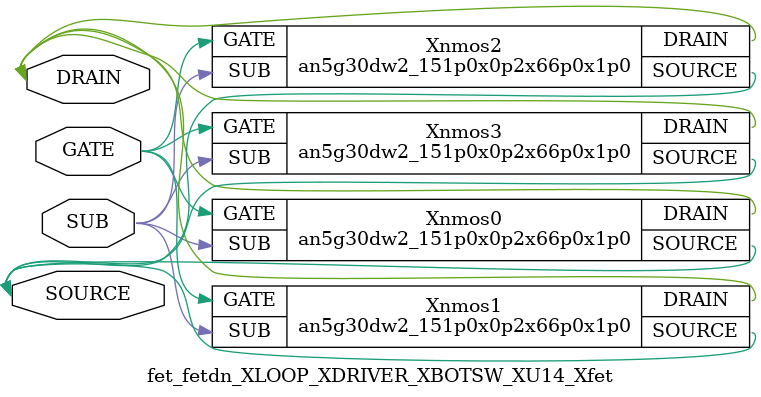
<source format=v>

module an5g30dw2_151p0x0p2x66p0x1p0 (DRAIN,GATE,SOURCE,SUB);
input GATE;
input SUB;
inout SOURCE;
inout DRAIN;
endmodule

//Celera Confidential Do Not Copy fet_fetdn_XLOOP_XDRIVER_XBOTSW_XU14_Xfet
//Celera Confidential Symbol Generator
//power NMOS:Ron:0.200 Ohm
//Vgs 6V Vds 30V
//Kelvin:no

module fet_fetdn_XLOOP_XDRIVER_XBOTSW_XU14_Xfet (GATE,SOURCE,DRAIN,SUB);
input GATE;
inout SOURCE;
inout DRAIN;
input SUB;

//Celera Confidential Do Not Copy an5g30dw2_151p0x0p2x66p0x1p0
an5g30dw2_151p0x0p2x66p0x1p0 Xnmos0(
.DRAIN (DRAIN),
.GATE (GATE),
.SOURCE (SOURCE),
.SUB (SUB)
);
//,diesize,an5g30dw2_151p0x0p2x66p0x1p0

//Celera Confidential Do Not Copy an5g30dw2_151p0x0p2x66p0x1p0
an5g30dw2_151p0x0p2x66p0x1p0 Xnmos1(
.DRAIN (DRAIN),
.GATE (GATE),
.SOURCE (SOURCE),
.SUB (SUB)
);
//,diesize,an5g30dw2_151p0x0p2x66p0x1p0

//Celera Confidential Do Not Copy an5g30dw2_151p0x0p2x66p0x1p0
an5g30dw2_151p0x0p2x66p0x1p0 Xnmos2(
.DRAIN (DRAIN),
.GATE (GATE),
.SOURCE (SOURCE),
.SUB (SUB)
);
//,diesize,an5g30dw2_151p0x0p2x66p0x1p0

//Celera Confidential Do Not Copy an5g30dw2_151p0x0p2x66p0x1p0
an5g30dw2_151p0x0p2x66p0x1p0 Xnmos3(
.DRAIN (DRAIN),
.GATE (GATE),
.SOURCE (SOURCE),
.SUB (SUB)
);
//,diesize,an5g30dw2_151p0x0p2x66p0x1p0

//Celera Confidential Do Not Copy Module End
//Celera Schematic Generator
endmodule

</source>
